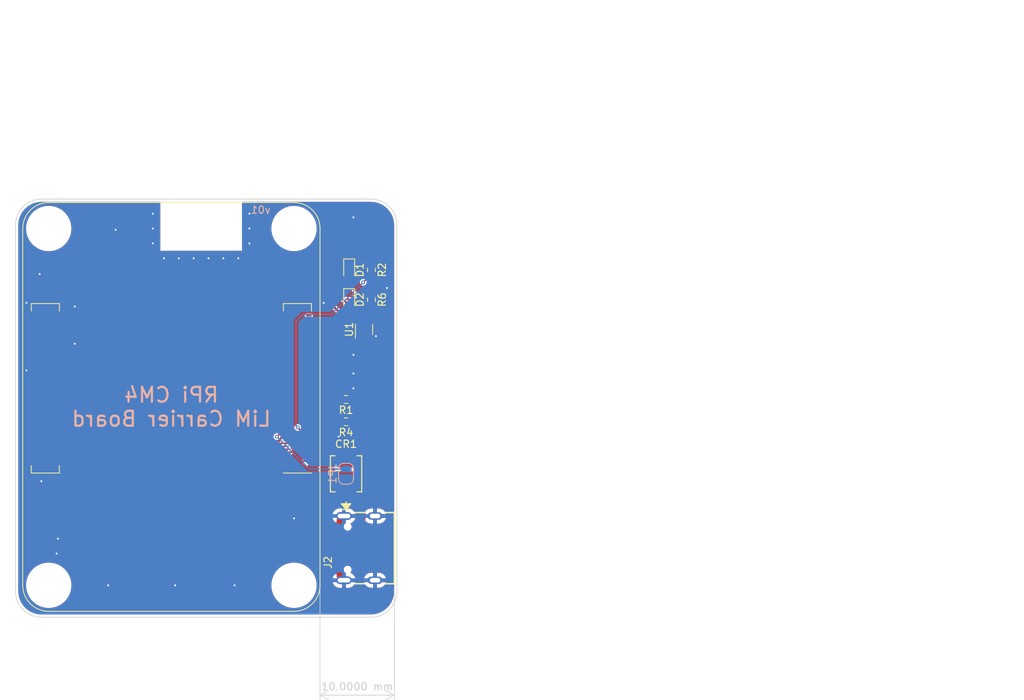
<source format=kicad_pcb>
(kicad_pcb (version 20210424) (generator pcbnew)
  (title_block (title "Raspberry Pi Compute Module 4 Carrier Template") (date "2021-06-03") (rev "v01") (comment 2 "creativecommons.org/licenses/by/4.0/") (comment 3 "License: CC BY-SA 4.0") (comment 4 "Author: Shawn Hymel") (comment 5 "Edited By: Anish Verma"))
  (layers (0 "F.Cu" signal) (31 "B.Cu" signal) (34 "B.Paste" user) (35 "F.Paste" user) (36 "B.SilkS" user "B.Silkscreen") (37 "F.SilkS" user "F.Silkscreen") (38 "B.Mask" user) (39 "F.Mask" user) (44 "Edge.Cuts" user))
  (net 0 "")
  (net 1 "GND")
  (net 2 "+5V")
  (net 3 "+3.3V")
  (net 4 "Net-(D1-Pad1)")
  (net 5 "Net-(D2-Pad1)")
  (net 6 "Net-(J2-PadA5)")
  (net 7 "Net-(J2-PadB5)")
  (net 8 "/CM4 GPIO/EEPROM_nWP")
  (net 9 "/CM4 GPIO/nLED_Activity")
  (net 10 "/CM4 GPIO/nPWR_LED")
  (net 11 "Net-(R6-Pad2)")
  (net 143 "/CM4 GPIO/nRPIBOOT")
  (net 144 "/CM4 GPIO/GPIO9")
  (net 145 "/CM4 GPIO/GPIO8")
  (net 146 "/CM4 GPIO/GPIO7")
  (net 147 "/CM4 GPIO/GPIO3")
  (net 148 "/CM4 GPIO/GPIO2")
  (net 149 "/CM4 GPIO/GPIO15")
  (net 150 "/CM4 GPIO/GPIO14")
  (net 151 "/CM4 GPIO/GPIO11")
  (net 152 "/CM4 GPIO/GPIO10")
  (net 153 "+1.8V")
  (footprint "Fiducial:Fiducial_1mm_Mask2mm" (layer "F.Cu") (at 135.128 80.518)
    (fp_text reference "REF**" hide)
    (fp_text value "Fiducial_1mm_Mask2mm")
    (pad "" smd circle locked (at 0 0) (size 1 1) (layers "F.Cu" "F.Mask") (clearance 0.5))
  )
  (footprint "Resistor_SMD:R_0603_1608Metric_Pad0.98x0.95mm_HandSolder" (layer "F.Cu") (at 170 108 180)
    (fp_text reference "R4" (at 0 -1.43) (layer "F.SilkS"))
    (fp_text value "5.1k")
    (pad "1" smd roundrect locked (at -0.9125 0 180) (size 0.975 0.95) (layers "F.Cu" "F.Paste" "F.Mask") (net 7 "Net-(J2-PadB5)"))
    (pad "2" smd roundrect locked (at 0.9125 0 180) (size 0.975 0.95) (layers "F.Cu" "F.Paste" "F.Mask") (net 1 "GND"))
  )
  (footprint "Fiducial:Fiducial_1mm_Mask2mm" (layer "F.Cu") (at 171.958 131.572)
    (fp_text reference "REF**" hide)
    (fp_text value "Fiducial_1mm_Mask2mm")
    (pad "" smd circle locked (at 0 0) (size 1 1) (layers "F.Cu" "F.Mask") (clearance 0.5))
  )
  (footprint "footprints:SMBJ5.0A-TR" (layer "F.Cu") (at 170 115 90)
    (fp_text reference "CR1" (at 4 0 180) (layer "F.SilkS"))
    (fp_text value "SMBJ5.0A-TR" hide)
    (pad "1" smd rect locked (at -1.9939 0 90) (size 2.3114 2.2606) (layers "F.Cu" "F.Paste" "F.Mask") (net 2 "+5V"))
    (pad "2" smd rect locked (at 1.9939 0 90) (size 2.3114 2.2606) (layers "F.Cu" "F.Paste" "F.Mask") (net 1 "GND"))
  )
  (footprint "Package_TO_SOT_SMD:SOT-353_SC-70-5" (layer "F.Cu") (at 172.42375 95.57625 90)
    (fp_text reference "U1" (at 0 -2 90) (layer "F.SilkS"))
    (fp_text value "74LVC1G07SE-7")
    (pad "1" smd rect locked (at -0.95 -0.65 90) (size 0.65 0.4) (layers "F.Cu" "F.Paste" "F.Mask"))
    (pad "2" smd rect locked (at -0.95 0 90) (size 0.65 0.4) (layers "F.Cu" "F.Paste" "F.Mask") (net 10 "/CM4 GPIO/nPWR_LED"))
    (pad "3" smd rect locked (at -0.95 0.65 90) (size 0.65 0.4) (layers "F.Cu" "F.Paste" "F.Mask") (net 1 "GND"))
    (pad "4" smd rect locked (at 0.95 0.65 90) (size 0.65 0.4) (layers "F.Cu" "F.Paste" "F.Mask") (net 11 "Net-(R6-Pad2)"))
    (pad "5" smd rect locked (at 0.95 -0.65 90) (size 0.65 0.4) (layers "F.Cu" "F.Paste" "F.Mask") (net 3 "+3.3V"))
  )
  (footprint "Resistor_SMD:R_0603_1608Metric_Pad0.98x0.95mm_HandSolder" (layer "F.Cu") (at 173.42375 87.57625 -90)
    (fp_text reference "R2" (at 0 -1.43 90) (layer "F.SilkS"))
    (fp_text value "1k")
    (pad "1" smd roundrect locked (at -0.9125 0 270) (size 0.975 0.95) (layers "F.Cu" "F.Paste" "F.Mask") (net 4 "Net-(D1-Pad1)"))
    (pad "2" smd roundrect locked (at 0.9125 0 270) (size 0.975 0.95) (layers "F.Cu" "F.Paste" "F.Mask") (net 9 "/CM4 GPIO/nLED_Activity"))
  )
  (footprint "LED_SMD:LED_0603_1608Metric" (layer "F.Cu") (at 170.42375 91.57625 -90)
    (fp_text reference "D2" (at 0 -1.43 90) (layer "F.SilkS"))
    (fp_text value "LED Red")
    (pad "1" smd roundrect locked (at -0.7875 0 270) (size 0.875 0.95) (layers "F.Cu" "F.Paste" "F.Mask") (net 5 "Net-(D2-Pad1)"))
    (pad "2" smd roundrect locked (at 0.7875 0 270) (size 0.875 0.95) (layers "F.Cu" "F.Paste" "F.Mask") (net 3 "+3.3V"))
  )
  (footprint "USB4105-GF-A:GCT_USB4105-GF-A" (layer "F.Cu") (at 173.9 125 90)
    (fp_text reference "J2" (at -1.925 -6.335 90) (layer "F.SilkS"))
    (fp_text value "USB4105-GF-A")
    (pad "A1/B12" smd rect locked (at -3.2 -4.755 90) (size 0.6 1.15) (layers "F.Cu" "F.Paste" "F.Mask") (net 1 "GND"))
    (pad "A4/B9" smd rect locked (at -2.4 -4.755 90) (size 0.6 1.15) (layers "F.Cu" "F.Paste" "F.Mask") (net 2 "+5V"))
    (pad "A5" smd rect locked (at -1.25 -4.755 90) (size 0.3 1.15) (layers "F.Cu" "F.Paste" "F.Mask") (net 6 "Net-(J2-PadA5)"))
    (pad "A6" smd rect locked (at -0.25 -4.755 90) (size 0.3 1.15) (layers "F.Cu" "F.Paste" "F.Mask"))
    (pad "A7" smd rect locked (at 0.25 -4.755 90) (size 0.3 1.15) (layers "F.Cu" "F.Paste" "F.Mask"))
    (pad "A8" smd rect locked (at 1.25 -4.755 90) (size 0.3 1.15) (layers "F.Cu" "F.Paste" "F.Mask"))
    (pad "B1/A12" smd rect locked (at 3.2 -4.755 90) (size 0.6 1.15) (layers "F.Cu" "F.Paste" "F.Mask") (net 1 "GND"))
    (pad "B4/A9" smd rect locked (at 2.4 -4.755 90) (size 0.6 1.15) (layers "F.Cu" "F.Paste" "F.Mask") (net 2 "+5V"))
    (pad "B5" smd rect locked (at 1.75 -4.755 90) (size 0.3 1.15) (layers "F.Cu" "F.Paste" "F.Mask") (net 7 "Net-(J2-PadB5)"))
    (pad "B6" smd rect locked (at 0.75 -4.755 90) (size 0.3 1.15) (layers "F.Cu" "F.Paste" "F.Mask"))
    (pad "B7" smd rect locked (at -0.75 -4.755 90) (size 0.3 1.15) (layers "F.Cu" "F.Paste" "F.Mask"))
    (pad "B8" smd rect locked (at -1.75 -4.755 90) (size 0.3 1.15) (layers "F.Cu" "F.Paste" "F.Mask"))
    (pad "G1" thru_hole oval locked (at -4.32 0 90) (size 1 2) (drill oval 0.6 1.4) (layers *.Cu *.Mask) (net 1 "GND"))
    (pad "G2" thru_hole oval locked (at 4.32 0 90) (size 1 2) (drill oval 0.6 1.4) (layers *.Cu *.Mask) (net 1 "GND"))
    (pad "G3" thru_hole oval locked (at -4.32 -4.18 90) (size 1.05 2.1) (drill oval 0.6 1.7) (layers *.Cu *.Mask) (net 1 "GND"))
    (pad "G4" thru_hole oval locked (at 4.32 -4.18 90) (size 1.05 2.1) (drill oval 0.6 1.7) (layers *.Cu *.Mask) (net 1 "GND"))
    (pad "None" np_thru_hole circle locked (at 2.89 -3.68 90) (size 0.65 0.65) (drill 0.65) (layers *.Cu *.Mask))
    (pad "None" np_thru_hole circle locked (at -2.89 -3.68 90) (size 0.65 0.65) (drill 0.65) (layers *.Cu *.Mask))
  )
  (footprint "LED_SMD:LED_0603_1608Metric" (layer "F.Cu") (at 170.42375 87.57625 -90)
    (fp_text reference "D1" (at 0 -1.43 90) (layer "F.SilkS"))
    (fp_text value "LED Green")
    (pad "1" smd roundrect locked (at -0.7875 0 270) (size 0.875 0.95) (layers "F.Cu" "F.Paste" "F.Mask") (net 4 "Net-(D1-Pad1)"))
    (pad "2" smd roundrect locked (at 0.7875 0 270) (size 0.875 0.95) (layers "F.Cu" "F.Paste" "F.Mask") (net 3 "+3.3V"))
  )
  (footprint "Resistor_SMD:R_0603_1608Metric_Pad0.98x0.95mm_HandSolder" (layer "F.Cu") (at 170 105 180)
    (fp_text reference "R1" (at 0 -1.43) (layer "F.SilkS"))
    (fp_text value "5.1k")
    (pad "1" smd roundrect locked (at -0.9125 0 180) (size 0.975 0.95) (layers "F.Cu" "F.Paste" "F.Mask") (net 6 "Net-(J2-PadA5)"))
    (pad "2" smd roundrect locked (at 0.9125 0 180) (size 0.975 0.95) (layers "F.Cu" "F.Paste" "F.Mask") (net 1 "GND"))
  )
  (footprint "Resistor_SMD:R_0603_1608Metric_Pad0.98x0.95mm_HandSolder" (layer "F.Cu") (at 173.42375 91.57625 -90)
    (fp_text reference "R6" (at 0 -1.43 90) (layer "F.SilkS"))
    (fp_text value "1k")
    (pad "1" smd roundrect locked (at -0.9125 0 270) (size 0.975 0.95) (layers "F.Cu" "F.Paste" "F.Mask") (net 5 "Net-(D2-Pad1)"))
    (pad "2" smd roundrect locked (at 0.9125 0 270) (size 0.975 0.95) (layers "F.Cu" "F.Paste" "F.Mask") (net 11 "Net-(R6-Pad2)"))
  )
  (footprint "Fiducial:Fiducial_1mm_Mask2mm" (layer "F.Cu") (at 173 80.5)
    (fp_text reference "REF**" hide)
    (fp_text value "Fiducial_1mm_Mask2mm")
    (pad "" smd circle locked (at 0 0) (size 1 1) (layers "F.Cu" "F.Mask") (clearance 0.5))
  )
  (footprint "CM4IO:Raspberry-Pi-4-Compute-Module" (layer "F.Cu") (at 163 82 180)
    (fp_text reference "Module1" hide)
    (fp_text value "ComputeModule4-CM4")
    (pad "" np_thru_hole circle locked (at 0 0 180) (size 2.7 2.7) (drill 2.7) (layers *.Cu *.Mask) (clearance 1.7))
    (pad "" np_thru_hole circle locked (at 33 -48 180) (size 2.7 2.7) (drill 2.7) (layers *.Cu *.Mask) (clearance 1.7))
    (pad "" np_thru_hole circle locked (at 33 0 180) (size 2.7 2.7) (drill 2.7) (layers *.Cu *.Mask) (clearance 1.7))
    (pad "" np_thru_hole circle locked (at 0 -48 180) (size 2.7 2.7) (drill 2.7) (layers *.Cu *.Mask) (clearance 1.7))
    (pad "1" smd rect locked (at -2 -31.3 90) (size 0.2 0.7) (layers "F.Cu" "F.Paste" "F.Mask") (net 1 "GND"))
    (pad "2" smd rect locked (at 1.08 -31.3 90) (size 0.2 0.7) (layers "F.Cu" "F.Paste" "F.Mask") (net 1 "GND"))
    (pad "3" smd rect locked (at -2 -30.9 90) (size 0.2 0.7) (layers "F.Cu" "F.Paste" "F.Mask"))
    (pad "4" smd rect locked (at 1.08 -30.9 90) (size 0.2 0.7) (layers "F.Cu" "F.Paste" "F.Mask"))
    (pad "5" smd rect locked (at -2 -30.5 90) (size 0.2 0.7) (layers "F.Cu" "F.Paste" "F.Mask"))
    (pad "6" smd rect locked (at 1.08 -30.5 90) (size 0.2 0.7) (layers "F.Cu" "F.Paste" "F.Mask"))
    (pad "7" smd rect locked (at -2 -30.1 90) (size 0.2 0.7) (layers "F.Cu" "F.Paste" "F.Mask") (net 1 "GND"))
    (pad "8" smd rect locked (at 1.08 -30.1 90) (size 0.2 0.7) (layers "F.Cu" "F.Paste" "F.Mask") (net 1 "GND"))
    (pad "9" smd rect locked (at -2 -29.7 90) (size 0.2 0.7) (layers "F.Cu" "F.Paste" "F.Mask"))
    (pad "10" smd rect locked (at 1.08 -29.7 90) (size 0.2 0.7) (layers "F.Cu" "F.Paste" "F.Mask"))
    (pad "11" smd rect locked (at -2 -29.3 90) (size 0.2 0.7) (layers "F.Cu" "F.Paste" "F.Mask"))
    (pad "12" smd rect locked (at 1.08 -29.3 90) (size 0.2 0.7) (layers "F.Cu" "F.Paste" "F.Mask"))
    (pad "13" smd rect locked (at -2 -28.9 90) (size 0.2 0.7) (layers "F.Cu" "F.Paste" "F.Mask") (net 1 "GND"))
    (pad "14" smd rect locked (at 1.08 -28.9 90) (size 0.2 0.7) (layers "F.Cu" "F.Paste" "F.Mask") (net 1 "GND"))
    (pad "15" smd rect locked (at -2 -28.5 90) (size 0.2 0.7) (layers "F.Cu" "F.Paste" "F.Mask"))
    (pad "16" smd rect locked (at 1.08 -28.5 90) (size 0.2 0.7) (layers "F.Cu" "F.Paste" "F.Mask"))
    (pad "17" smd rect locked (at -2 -28.1 90) (size 0.2 0.7) (layers "F.Cu" "F.Paste" "F.Mask"))
    (pad "18" smd rect locked (at 1.08 -28.1 90) (size 0.2 0.7) (layers "F.Cu" "F.Paste" "F.Mask"))
    (pad "19" smd rect locked (at -2 -27.7 90) (size 0.2 0.7) (layers "F.Cu" "F.Paste" "F.Mask"))
    (pad "20" smd rect locked (at 1.08 -27.7 90) (size 0.2 0.7) (layers "F.Cu" "F.Paste" "F.Mask") (net 8 "/CM4 GPIO/EEPROM_nWP"))
    (pad "21" smd rect locked (at -2 -27.3 90) (size 0.2 0.7) (layers "F.Cu" "F.Paste" "F.Mask") (net 9 "/CM4 GPIO/nLED_Activity"))
    (pad "22" smd rect locked (at 1.08 -27.3 90) (size 0.2 0.7) (layers "F.Cu" "F.Paste" "F.Mask") (net 1 "GND"))
    (pad "23" smd rect locked (at -2 -26.9 90) (size 0.2 0.7) (layers "F.Cu" "F.Paste" "F.Mask") (net 1 "GND"))
    (pad "24" smd rect locked (at 1.08 -26.9 90) (size 0.2 0.7) (layers "F.Cu" "F.Paste" "F.Mask"))
    (pad "25" smd rect locked (at -2 -26.5 90) (size 0.2 0.7) (layers "F.Cu" "F.Paste" "F.Mask"))
    (pad "26" smd rect locked (at 1.08 -26.5 90) (size 0.2 0.7) (layers "F.Cu" "F.Paste" "F.Mask"))
    (pad "27" smd rect locked (at -2 -26.1 90) (size 0.2 0.7) (layers "F.Cu" "F.Paste" "F.Mask"))
    (pad "28" smd rect locked (at 1.08 -26.1 90) (size 0.2 0.7) (layers "F.Cu" "F.Paste" "F.Mask"))
    (pad "29" smd rect locked (at -2 -25.7 90) (size 0.2 0.7) (layers "F.Cu" "F.Paste" "F.Mask"))
    (pad "30" smd rect locked (at 1.08 -25.7 90) (size 0.2 0.7) (layers "F.Cu" "F.Paste" "F.Mask"))
    (pad "31" smd rect locked (at -2 -25.3 90) (size 0.2 0.7) (layers "F.Cu" "F.Paste" "F.Mask"))
    (pad "32" smd rect locked (at 1.08 -25.3 90) (size 0.2 0.7) (layers "F.Cu" "F.Paste" "F.Mask") (net 1 "GND"))
    (pad "33" smd rect locked (at -2 -24.9 90) (size 0.2 0.7) (layers "F.Cu" "F.Paste" "F.Mask") (net 1 "GND"))
    (pad "34" smd rect locked (at 1.08 -24.9 90) (size 0.2 0.7) (layers "F.Cu" "F.Paste" "F.Mask"))
    (pad "35" smd rect locked (at -2 -24.5 90) (size 0.2 0.7) (layers "F.Cu" "F.Paste" "F.Mask"))
    (pad "36" smd rect locked (at 1.08 -24.5 90) (size 0.2 0.7) (layers "F.Cu" "F.Paste" "F.Mask"))
    (pad "37" smd rect locked (at -2 -24.1 90) (size 0.2 0.7) (layers "F.Cu" "F.Paste" "F.Mask") (net 146 "/CM4 GPIO/GPIO7"))
    (pad "38" smd rect locked (at 1.08 -24.1 90) (size 0.2 0.7) (layers "F.Cu" "F.Paste" "F.Mask") (net 151 "/CM4 GPIO/GPIO11"))
    (pad "39" smd rect locked (at -2 -23.7 90) (size 0.2 0.7) (layers "F.Cu" "F.Paste" "F.Mask") (net 145 "/CM4 GPIO/GPIO8"))
    (pad "40" smd rect locked (at 1.08 -23.7 90) (size 0.2 0.7) (layers "F.Cu" "F.Paste" "F.Mask") (net 144 "/CM4 GPIO/GPIO9"))
    (pad "41" smd rect locked (at -2 -23.3 90) (size 0.2 0.7) (layers "F.Cu" "F.Paste" "F.Mask"))
    (pad "42" smd rect locked (at 1.08 -23.3 90) (size 0.2 0.7) (layers "F.Cu" "F.Paste" "F.Mask") (net 1 "GND"))
    (pad "43" smd rect locked (at -2 -22.9 90) (size 0.2 0.7) (layers "F.Cu" "F.Paste" "F.Mask") (net 1 "GND"))
    (pad "44" smd rect locked (at 1.08 -22.9 90) (size 0.2 0.7) (layers "F.Cu" "F.Paste" "F.Mask") (net 152 "/CM4 GPIO/GPIO10"))
    (pad "45" smd rect locked (at -2 -22.5 90) (size 0.2 0.7) (layers "F.Cu" "F.Paste" "F.Mask"))
    (pad "46" smd rect locked (at 1.08 -22.5 90) (size 0.2 0.7) (layers "F.Cu" "F.Paste" "F.Mask"))
    (pad "47" smd rect locked (at -2 -22.1 90) (size 0.2 0.7) (layers "F.Cu" "F.Paste" "F.Mask"))
    (pad "48" smd rect locked (at 1.08 -22.1 90) (size 0.2 0.7) (layers "F.Cu" "F.Paste" "F.Mask"))
    (pad "49" smd rect locked (at -2 -21.7 90) (size 0.2 0.7) (layers "F.Cu" "F.Paste" "F.Mask"))
    (pad "50" smd rect locked (at 1.08 -21.7 90) (size 0.2 0.7) (layers "F.Cu" "F.Paste" "F.Mask"))
    (pad "51" smd rect locked (at -2 -21.3 90) (size 0.2 0.7) (layers "F.Cu" "F.Paste" "F.Mask") (net 149 "/CM4 GPIO/GPIO15"))
    (pad "52" smd rect locked (at 1.08 -21.3 90) (size 0.2 0.7) (layers "F.Cu" "F.Paste" "F.Mask") (net 1 "GND"))
    (pad "53" smd rect locked (at -2 -20.9 90) (size 0.2 0.7) (layers "F.Cu" "F.Paste" "F.Mask") (net 1 "GND"))
    (pad "54" smd rect locked (at 1.08 -20.9 90) (size 0.2 0.7) (layers "F.Cu" "F.Paste" "F.Mask"))
    (pad "55" smd rect locked (at -2 -20.5 90) (size 0.2 0.7) (layers "F.Cu" "F.Paste" "F.Mask") (net 150 "/CM4 GPIO/GPIO14"))
    (pad "56" smd rect locked (at 1.08 -20.5 90) (size 0.2 0.7) (layers "F.Cu" "F.Paste" "F.Mask") (net 147 "/CM4 GPIO/GPIO3"))
    (pad "57" smd rect locked (at -2 -20.1 90) (size 0.2 0.7) (layers "F.Cu" "F.Paste" "F.Mask"))
    (pad "58" smd rect locked (at 1.08 -20.1 90) (size 0.2 0.7) (layers "F.Cu" "F.Paste" "F.Mask") (net 148 "/CM4 GPIO/GPIO2"))
    (pad "59" smd rect locked (at -2 -19.7 90) (size 0.2 0.7) (layers "F.Cu" "F.Paste" "F.Mask") (net 1 "GND"))
    (pad "60" smd rect locked (at 1.08 -19.7 90) (size 0.2 0.7) (layers "F.Cu" "F.Paste" "F.Mask") (net 1 "GND"))
    (pad "61" smd rect locked (at -2 -19.3 90) (size 0.2 0.7) (layers "F.Cu" "F.Paste" "F.Mask"))
    (pad "62" smd rect locked (at 1.08 -19.3 90) (size 0.2 0.7) (layers "F.Cu" "F.Paste" "F.Mask"))
    (pad "63" smd rect locked (at -2 -18.9 90) (size 0.2 0.7) (layers "F.Cu" "F.Paste" "F.Mask"))
    (pad "64" smd rect locked (at 1.08 -18.9 90) (size 0.2 0.7) (layers "F.Cu" "F.Paste" "F.Mask"))
    (pad "65" smd rect locked (at -2 -18.5 90) (size 0.2 0.7) (layers "F.Cu" "F.Paste" "F.Mask") (net 1 "GND"))
    (pad "66" smd rect locked (at 1.08 -18.5 90) (size 0.2 0.7) (layers "F.Cu" "F.Paste" "F.Mask") (net 1 "GND"))
    (pad "67" smd rect locked (at -2 -18.1 90) (size 0.2 0.7) (layers "F.Cu" "F.Paste" "F.Mask"))
    (pad "68" smd rect locked (at 1.08 -18.1 90) (size 0.2 0.7) (layers "F.Cu" "F.Paste" "F.Mask"))
    (pad "69" smd rect locked (at -2 -17.7 90) (size 0.2 0.7) (layers "F.Cu" "F.Paste" "F.Mask"))
    (pad "70" smd rect locked (at 1.08 -17.7 90) (size 0.2 0.7) (layers "F.Cu" "F.Paste" "F.Mask"))
    (pad "71" smd rect locked (at -2 -17.3 90) (size 0.2 0.7) (layers "F.Cu" "F.Paste" "F.Mask") (net 1 "GND"))
    (pad "72" smd rect locked (at 1.08 -17.3 90) (size 0.2 0.7) (layers "F.Cu" "F.Paste" "F.Mask"))
    (pad "73" smd rect locked (at -2 -16.9 90) (size 0.2 0.7) (layers "F.Cu" "F.Paste" "F.Mask"))
    (pad "74" smd rect locked (at 1.08 -16.9 90) (size 0.2 0.7) (layers "F.Cu" "F.Paste" "F.Mask") (net 1 "GND"))
    (pad "75" smd rect locked (at -2 -16.5 90) (size 0.2 0.7) (layers "F.Cu" "F.Paste" "F.Mask"))
    (pad "76" smd rect locked (at 1.08 -16.5 90) (size 0.2 0.7) (layers "F.Cu" "F.Paste" "F.Mask"))
    (pad "77" smd rect locked (at -2 -16.1 90) (size 0.2 0.7) (layers "F.Cu" "F.Paste" "F.Mask") (net 2 "+5V"))
    (pad "78" smd rect locked (at 1.08 -16.1 90) (size 0.2 0.7) (layers "F.Cu" "F.Paste" "F.Mask") (net 3 "+3.3V"))
    (pad "79" smd rect locked (at -2 -15.7 90) (size 0.2 0.7) (layers "F.Cu" "F.Paste" "F.Mask") (net 2 "+5V"))
    (pad "80" smd rect locked (at 1.08 -15.7 90) (size 0.2 0.7) (layers "F.Cu" "F.Paste" "F.Mask"))
    (pad "81" smd rect locked (at -2 -15.3 90) (size 0.2 0.7) (layers "F.Cu" "F.Paste" "F.Mask") (net 2 "+5V"))
    (pad "82" smd rect locked (at 1.08 -15.3 90) (size 0.2 0.7) (layers "F.Cu" "F.Paste" "F.Mask"))
    (pad "83" smd rect locked (at -2 -14.9 90) (size 0.2 0.7) (layers "F.Cu" "F.Paste" "F.Mask") (net 2 "+5V"))
    (pad "84" smd rect locked (at 1.08 -14.9 90) (size 0.2 0.7) (layers "F.Cu" "F.Paste" "F.Mask") (net 3 "+3.3V"))
    (pad "85" smd rect locked (at -2 -14.5 90) (size 0.2 0.7) (layers "F.Cu" "F.Paste" "F.Mask") (net 2 "+5V"))
    (pad "86" smd rect locked (at 1.08 -14.5 90) (size 0.2 0.7) (layers "F.Cu" "F.Paste" "F.Mask") (net 3 "+3.3V"))
    (pad "87" smd rect locked (at -2 -14.1 90) (size 0.2 0.7) (layers "F.Cu" "F.Paste" "F.Mask") (net 2 "+5V"))
    (pad "88" smd rect locked (at 1.08 -14.1 90) (size 0.2 0.7) (layers "F.Cu" "F.Paste" "F.Mask") (net 153 "+1.8V"))
    (pad "89" smd rect locked (at -2 -13.7 90) (size 0.2 0.7) (layers "F.Cu" "F.Paste" "F.Mask"))
    (pad "90" smd rect locked (at 1.08 -13.7 90) (size 0.2 0.7) (layers "F.Cu" "F.Paste" "F.Mask") (net 153 "+1.8V"))
    (pad "91" smd rect locked (at -2 -13.3 90) (size 0.2 0.7) (layers "F.Cu" "F.Paste" "F.Mask"))
    (pad "92" smd rect locked (at 1.08 -13.3 90) (size 0.2 0.7) (layers "F.Cu" "F.Paste" "F.Mask"))
    (pad "93" smd rect locked (at -2 -12.9 90) (size 0.2 0.7) (layers "F.Cu" "F.Paste" "F.Mask") (net 143 "/CM4 GPIO/nRPIBOOT"))
    (pad "94" smd rect locked (at 1.08 -12.9 90) (size 0.2 0.7) (layers "F.Cu" "F.Paste" "F.Mask"))
    (pad "95" smd rect locked (at -2 -12.5 90) (size 0.2 0.7) (layers "F.Cu" "F.Paste" "F.Mask") (net 10 "/CM4 GPIO/nPWR_LED"))
    (pad "96" smd rect locked (at 1.08 -12.5 90) (size 0.2 0.7) (layers "F.Cu" "F.Paste" "F.Mask"))
    (pad "97" smd rect locked (at -2 -12.1 90) (size 0.2 0.7) (layers "F.Cu" "F.Paste" "F.Mask"))
    (pad "98" smd rect locked (at 1.08 -12.1 90) (size 0.2 0.7) (layers "F.Cu" "F.Paste" "F.Mask") (net 1 "GND"))
    (pad "99" smd rect locked (at -2 -11.7 90) (size 0.2 0.7) (layers "F.Cu" "F.Paste" "F.Mask"))
    (pad "100" smd rect locked (at 1.08 -11.7 90) (size 0.2 0.7) (layers "F.Cu" "F.Paste" "F.Mask"))
    (pad "101" smd rect locked (at 31.92 -31.3 90) (size 0.2 0.7) (layers "F.Cu" "F.Paste" "F.Mask"))
    (pad "102" smd rect locked (at 35 -31.3 90) (size 0.2 0.7) (layers "F.Cu" "F.Paste" "F.Mask"))
    (pad "103" smd rect locked (at 31.92 -30.9 90) (size 0.2 0.7) (layers "F.Cu" "F.Paste" "F.Mask"))
    (pad "104" smd rect locked (at 35 -30.9 90) (size 0.2 0.7) (layers "F.Cu" "F.Paste" "F.Mask"))
    (pad "105" smd rect locked (at 31.92 -30.5 90) (size 0.2 0.7) (layers "F.Cu" "F.Paste" "F.Mask"))
    (pad "106" smd rect locked (at 35 -30.5 90) (size 0.2 0.7) (layers "F.Cu" "F.Paste" "F.Mask"))
    (pad "107" smd rect locked (at 31.92 -30.1 90) (size 0.2 0.7) (layers "F.Cu" "F.Paste" "F.Mask") (net 1 "GND"))
    (pad "108" smd rect locked (at 35 -30.1 90) (size 0.2 0.7) (layers "F.Cu" "F.Paste" "F.Mask") (net 1 "GND"))
    (pad "109" smd rect locked (at 31.92 -29.7 90) (size 0.2 0.7) (layers "F.Cu" "F.Paste" "F.Mask"))
    (pad "110" smd rect locked (at 35 -29.7 90) (size 0.2 0.7) (layers "F.Cu" "F.Paste" "F.Mask"))
    (pad "111" smd rect locked (at 31.92 -29.3 90) (size 0.2 0.7) (layers "F.Cu" "F.Paste" "F.Mask"))
    (pad "112" smd rect locked (at 35 -29.3 90) (size 0.2 0.7) (layers "F.Cu" "F.Paste" "F.Mask"))
    (pad "113" smd rect locked (at 31.92 -28.9 90) (size 0.2 0.7) (layers "F.Cu" "F.Paste" "F.Mask") (net 1 "GND"))
    (pad "114" smd rect locked (at 35 -28.9 90) (size 0.2 0.7) (layers "F.Cu" "F.Paste" "F.Mask") (net 1 "GND"))
    (pad "115" smd rect locked (at 31.92 -28.5 90) (size 0.2 0.7) (layers "F.Cu" "F.Paste" "F.Mask"))
    (pad "116" smd rect locked (at 35 -28.5 90) (size 0.2 0.7) (layers "F.Cu" "F.Paste" "F.Mask"))
    (pad "117" smd rect locked (at 31.92 -28.1 90) (size 0.2 0.7) (layers "F.Cu" "F.Paste" "F.Mask"))
    (pad "118" smd rect locked (at 35 -28.1 90) (size 0.2 0.7) (layers "F.Cu" "F.Paste" "F.Mask"))
    (pad "119" smd rect locked (at 31.92 -27.7 90) (size 0.2 0.7) (layers "F.Cu" "F.Paste" "F.Mask") (net 1 "GND"))
    (pad "120" smd rect locked (at 35 -27.7 90) (size 0.2 0.7) (layers "F.Cu" "F.Paste" "F.Mask") (net 1 "GND"))
    (pad "121" smd rect locked (at 31.92 -27.3 90) (size 0.2 0.7) (layers "F.Cu" "F.Paste" "F.Mask"))
    (pad "122" smd rect locked (at 35 -27.3 90) (size 0.2 0.7) (layers "F.Cu" "F.Paste" "F.Mask"))
    (pad "123" smd rect locked (at 31.92 -26.9 90) (size 0.2 0.7) (layers "F.Cu" "F.Paste" "F.Mask"))
    (pad "124" smd rect locked (at 35 -26.9 90) (size 0.2 0.7) (layers "F.Cu" "F.Paste" "F.Mask"))
    (pad "125" smd rect locked (at 31.92 -26.5 90) (size 0.2 0.7) (layers "F.Cu" "F.Paste" "F.Mask") (net 1 "GND"))
    (pad "126" smd rect locked (at 35 -26.5 90) (size 0.2 0.7) (layers "F.Cu" "F.Paste" "F.Mask") (net 1 "GND"))
    (pad "127" smd rect locked (at 31.92 -26.1 90) (size 0.2 0.7) (layers "F.Cu" "F.Paste" "F.Mask"))
    (pad "128" smd rect locked (at 35 -26.1 90) (size 0.2 0.7) (layers "F.Cu" "F.Paste" "F.Mask"))
    (pad "129" smd rect locked (at 31.92 -25.7 90) (size 0.2 0.7) (layers "F.Cu" "F.Paste" "F.Mask"))
    (pad "130" smd rect locked (at 35 -25.7 90) (size 0.2 0.7) (layers "F.Cu" "F.Paste" "F.Mask"))
    (pad "131" smd rect locked (at 31.92 -25.3 90) (size 0.2 0.7) (layers "F.Cu" "F.Paste" "F.Mask") (net 1 "GND"))
    (pad "132" smd rect locked (at 35 -25.3 90) (size 0.2 0.7) (layers "F.Cu" "F.Paste" "F.Mask") (net 1 "GND"))
    (pad "133" smd rect locked (at 31.92 -24.9 90) (size 0.2 0.7) (layers "F.Cu" "F.Paste" "F.Mask"))
    (pad "134" smd rect locked (at 35 -24.9 90) (size 0.2 0.7) (layers "F.Cu" "F.Paste" "F.Mask"))
    (pad "135" smd rect locked (at 31.92 -24.5 90) (size 0.2 0.7) (layers "F.Cu" "F.Paste" "F.Mask"))
    (pad "136" smd rect locked (at 35 -24.5 90) (size 0.2 0.7) (layers "F.Cu" "F.Paste" "F.Mask"))
    (pad "137" smd rect locked (at 31.92 -24.1 90) (size 0.2 0.7) (layers "F.Cu" "F.Paste" "F.Mask") (net 1 "GND"))
    (pad "138" smd rect locked (at 35 -24.1 90) (size 0.2 0.7) (layers "F.Cu" "F.Paste" "F.Mask") (net 1 "GND"))
    (pad "139" smd rect locked (at 31.92 -23.7 90) (size 0.2 0.7) (layers "F.Cu" "F.Paste" "F.Mask"))
    (pad "140" smd rect locked (at 35 -23.7 90) (size 0.2 0.7) (layers "F.Cu" "F.Paste" "F.Mask"))
    (pad "141" smd rect locked (at 31.92 -23.3 90) (size 0.2 0.7) (layers "F.Cu" "F.Paste" "F.Mask"))
    (pad "142" smd rect locked (at 35 -23.3 90) (size 0.2 0.7) (layers "F.Cu" "F.Paste" "F.Mask"))
    (pad "143" smd rect locked (at 31.92 -22.9 90) (size 0.2 0.7) (layers "F.Cu" "F.Paste" "F.Mask"))
    (pad "144" smd rect locked (at 35 -22.9 90) (size 0.2 0.7) (layers "F.Cu" "F.Paste" "F.Mask") (net 1 "GND"))
    (pad "145" smd rect locked (at 31.92 -22.5 90) (size 0.2 0.7) (layers "F.Cu" "F.Paste" "F.Mask"))
    (pad "146" smd rect locked (at 35 -22.5 90) (size 0.2 0.7) (layers "F.Cu" "F.Paste" "F.Mask"))
    (pad "147" smd rect locked (at 31.92 -22.1 90) (size 0.2 0.7) (layers "F.Cu" "F.Paste" "F.Mask"))
    (pad "148" smd rect locked (at 35 -22.1 90) (size 0.2 0.7) (layers "F.Cu" "F.Paste" "F.Mask"))
    (pad "149" smd rect locked (at 31.92 -21.7 90) (size 0.2 0.7) (layers "F.Cu" "F.Paste" "F.Mask"))
    (pad "150" smd rect locked (at 35 -21.7 90) (size 0.2 0.7) (layers "F.Cu" "F.Paste" "F.Mask") (net 1 "GND"))
    (pad "151" smd rect locked (at 31.92 -21.3 90) (size 0.2 0.7) (layers "F.Cu" "F.Paste" "F.Mask"))
    (pad "152" smd rect locked (at 35 -21.3 90) (size 0.2 0.7) (layers "F.Cu" "F.Paste" "F.Mask"))
    (pad "153" smd rect locked (at 31.92 -20.9 90) (size 0.2 0.7) (layers "F.Cu" "F.Paste" "F.Mask"))
    (pad "154" smd rect locked (at 35 -20.9 90) (size 0.2 0.7) (layers "F.Cu" "F.Paste" "F.Mask"))
    (pad "155" smd rect locked (at 31.92 -20.5 90) (size 0.2 0.7) (layers "F.Cu" "F.Paste" "F.Mask") (net 1 "GND"))
    (pad "156" smd rect locked (at 35 -20.5 90) (size 0.2 0.7) (layers "F.Cu" "F.Paste" "F.Mask") (net 1 "GND"))
    (pad "157" smd rect locked (at 31.92 -20.1 90) (size 0.2 0.7) (layers "F.Cu" "F.Paste" "F.Mask"))
    (pad "158" smd rect locked (at 35 -20.1 90) (size 0.2 0.7) (layers "F.Cu" "F.Paste" "F.Mask"))
    (pad "159" smd rect locked (at 31.92 -19.7 90) (size 0.2 0.7) (layers "F.Cu" "F.Paste" "F.Mask"))
    (pad "160" smd rect locked (at 35 -19.7 90) (size 0.2 0.7) (layers "F.Cu" "F.Paste" "F.Mask"))
    (pad "161" smd rect locked (at 31.92 -19.3 90) (size 0.2 0.7) (layers "F.Cu" "F.Paste" "F.Mask") (net 1 "GND"))
    (pad "162" smd rect locked (at 35 -19.3 90) (size 0.2 0.7) (layers "F.Cu" "F.Paste" "F.Mask") (net 1 "GND"))
    (pad "163" smd rect locked (at 31.92 -18.9 90) (size 0.2 0.7) (layers "F.Cu" "F.Paste" "F.Mask"))
    (pad "164" smd rect locked (at 35 -18.9 90) (size 0.2 0.7) (layers "F.Cu" "F.Paste" "F.Mask"))
    (pad "165" smd rect locked (at 31.92 -18.5 90) (size 0.2 0.7) (layers "F.Cu" "F.Paste" "F.Mask"))
    (pad "166" smd rect locked (at 35 -18.5 90) (size 0.2 0.7) (layers "F.Cu" "F.Paste" "F.Mask"))
    (pad "167" smd rect locked (at 31.92 -18.1 90) (size 0.2 0.7) (layers "F.Cu" "F.Paste" "F.Mask") (net 1 "GND"))
    (pad "168" smd rect locked (at 35 -18.1 90) (size 0.2 0.7) (layers "F.Cu" "F.Paste" "F.Mask") (net 1 "GND"))
    (pad "169" smd rect locked (at 31.92 -17.7 90) (size 0.2 0.7) (layers "F.Cu" "F.Paste" "F.Mask"))
    (pad "170" smd rect locked (at 35 -17.7 90) (size 0.2 0.7) (layers "F.Cu" "F.Paste" "F.Mask"))
    (pad "171" smd rect locked (at 31.92 -17.3 90) (size 0.2 0.7) (layers "F.Cu" "F.Paste" "F.Mask"))
    (pad "172" smd rect locked (at 35 -17.3 90) (size 0.2 0.7) (layers "F.Cu" "F.Paste" "F.Mask"))
    (pad "173" smd rect locked (at 31.92 -16.9 90) (size 0.2 0.7) (layers "F.Cu" "F.Paste" "F.Mask") (net 1 "GND"))
    (pad "174" smd rect locked (at 35 -16.9 90) (size 0.2 0.7) (layers "F.Cu" "F.Paste" "F.Mask") (net 1 "GND"))
    (pad "175" smd rect locked (at 31.92 -16.5 90) (size 0.2 0.7) (layers "F.Cu" "F.Paste" "F.Mask"))
    (pad "176" smd rect locked (at 35 -16.5 90) (size 0.2 0.7) (layers "F.Cu" "F.Paste" "F.Mask"))
    (pad "177" smd rect locked (at 31.92 -16.1 90) (size 0.2 0.7) (layers "F.Cu" "F.Paste" "F.Mask"))
    (pad "178" smd rect locked (at 35 -16.1 90) (size 0.2 0.7) (layers "F.Cu" "F.Paste" "F.Mask"))
    (pad "179" smd rect locked (at 31.92 -15.7 90) (size 0.2 0.7) (layers "F.Cu" "F.Paste" "F.Mask") (net 1 "GND"))
    (pad "180" smd rect locked (at 35 -15.7 90) (size 0.2 0.7) (layers "F.Cu" "F.Paste" "F.Mask") (net 1 "GND"))
    (pad "181" smd rect locked (at 31.92 -15.3 90) (size 0.2 0.7) (layers "F.Cu" "F.Paste" "F.Mask"))
    (pad "182" smd rect locked (at 35 -15.3 90) (size 0.2 0.7) (layers "F.Cu" "F.Paste" "F.Mask"))
    (pad "183" smd rect locked (at 31.92 -14.9 90) (size 0.2 0.7) (layers "F.Cu" "F.Paste" "F.Mask"))
    (pad "184" smd rect locked (at 35 -14.9 90) (size 0.2 0.7) (layers "F.Cu" "F.Paste" "F.Mask"))
    (pad "185" smd rect locked (at 31.92 -14.5 90) (size 0.2 0.7) (layers "F.Cu" "F.Paste" "F.Mask") (net 1 "GND"))
    (pad "186" smd rect locked (at 35 -14.5 90) (size 0.2 0.7) (layers "F.Cu" "F.Paste" "F.Mask") (net 1 "GND"))
    (pad "187" smd rect locked (at 31.92 -14.1 90) (size 0.2 0.7) (layers "F.Cu" "F.Paste" "F.Mask"))
    (pad "188" smd rect locked (at 35 -14.1 90) (size 0.2 0.7) (layers "F.Cu" "F.Paste" "F.Mask"))
    (pad "189" smd rect locked (at 31.92 -13.7 90) (size 0.2 0.7) (layers "F.Cu" "F.Paste" "F.Mask"))
    (pad "190" smd rect locked (at 35 -13.7 90) (size 0.2 0.7) (layers "F.Cu" "F.Paste" "F.Mask"))
    (pad "191" smd rect locked (at 31.92 -13.3 90) (size 0.2 0.7) (layers "F.Cu" "F.Paste" "F.Mask") (net 1 "GND"))
    (pad "192" smd rect locked (at 35 -13.3 90) (size 0.2 0.7) (layers "F.Cu" "F.Paste" "F.Mask") (net 1 "GND"))
    (pad "193" smd rect locked (at 31.92 -12.9 90) (size 0.2 0.7) (layers "F.Cu" "F.Paste" "F.Mask"))
    (pad "194" smd rect locked (at 35 -12.9 90) (size 0.2 0.7) (layers "F.Cu" "F.Paste" "F.Mask"))
    (pad "195" smd rect locked (at 31.92 -12.5 90) (size 0.2 0.7) (layers "F.Cu" "F.Paste" "F.Mask"))
    (pad "196" smd rect locked (at 35 -12.5 90) (size 0.2 0.7) (layers "F.Cu" "F.Paste" "F.Mask"))
    (pad "197" smd rect locked (at 31.92 -12.1 90) (size 0.2 0.7) (layers "F.Cu" "F.Paste" "F.Mask") (net 1 "GND"))
    (pad "198" smd rect locked (at 35 -12.1 90) (size 0.2 0.7) (layers "F.Cu" "F.Paste" "F.Mask") (net 1 "GND"))
    (pad "199" smd rect locked (at 31.92 -11.7 90) (size 0.2 0.7) (layers "F.Cu" "F.Paste" "F.Mask"))
    (pad "200" smd rect locked (at 35 -11.7 90) (size 0.2 0.7) (layers "F.Cu" "F.Paste" "F.Mask"))
  )
  (footprint "Jumper:SolderJumper-2_P1.3mm_Open_RoundedPad1.0x1.5mm" (layer "B.Cu") (at 170 115 -90)
    (fp_text reference "JP1" (at 0 1.8 90) (layer "B.SilkS") (effects (justify mirror)))
    (fp_text value "SolderJumper_2_Open")
    (pad "1" smd custom locked (at -0.65 0 270) (size 1 0.5) (layers "B.Cu" "B.Mask") (net 8 "/CM4 GPIO/EEPROM_nWP") (options (clearance outline) (anchor rect)) (primitives (gr_circle (center 0 -0.25) (end 0.5 -0.25) (width 0) (fill yes)) (gr_circle (center 0 0.25) (end 0.5 0.25) (width 0) (fill yes)) (gr_poly (pts (xy 0 0.75) (xy 0.5 0.75) (xy 0.5 -0.75) (xy 0 -0.75)) (width 0) (fill yes))))
    (pad "2" smd custom locked (at 0.65 0 270) (size 1 0.5) (layers "B.Cu" "B.Mask") (net 1 "GND") (options (clearance outline) (anchor rect)) (primitives (gr_circle (center 0 -0.25) (end 0.5 -0.25) (width 0) (fill yes)) (gr_circle (center 0 0.25) (end 0.5 0.25) (width 0) (fill yes)) (gr_poly (pts (xy 0 0.75) (xy -0.5 0.75) (xy -0.5 -0.75) (xy 0 -0.75)) (width 0) (fill yes))))
  )
  (gr_line (start 176.85 130.8) (end 176.85 81.534) (layer "Edge.Cuts") (width 0.1))
  (gr_line (start 125.524874 130.805126) (end 125.524874 81.534) (layer "Edge.Cuts") (width 0.1))
  (gr_arc (start 129.024874 81.534) (end 129.024874 78.034) (angle -90) (layer "Edge.Cuts") (width 0.1))
  (gr_line (start 162.594874 134.305126) (end 129.024874 134.305126) (layer "Edge.Cuts") (width 0.1))
  (gr_line (start 173.35 134.3) (end 162.58 134.305126) (layer "Edge.Cuts") (width 0.1))
  (gr_line (start 173.35 78.034) (end 129.024874 78.034) (layer "Edge.Cuts") (width 0.1))
  (gr_arc (start 129.024874 130.805126) (end 125.524874 130.805126) (angle -90) (layer "Edge.Cuts") (width 0.1))
  (gr_arc locked (start 173.35 130.8) (end 173.35 134.3) (angle -90) (layer "Edge.Cuts") (width 0.1))
  (gr_arc (start 173.35 81.534) (end 176.85 81.534) (angle -90) (layer "Edge.Cuts") (width 0.1))
  (gr_text "RPi CM4\nLiM Carrier Board" (at 146.5 106) (layer "B.SilkS") (effects (font (size 2 2) (thickness 0.3)) (justify mirror)))
  (gr_text "v01" (at 158.5 79.5) (layer "B.SilkS") (effects (font (size 1 1)) (justify mirror)))
  (dimension (type orthogonal) (layer "Edge.Cuts") (pts (xy 166.5 130) (xy 176.5 130)) (height 14.78) (orientation 0) (gr_text "10.0000 mm" (at 171.5 143.63) (layer "Edge.Cuts") (effects (font (size 1 1) (thickness 0.15)))) (format (units 3) (units_format 1) (precision 4)) (style (thickness 0.1) (arrow_length 1.27) (text_position_mode 0) (extension_height 0.58642) (extension_offset 0.5) keep_text_aligned))
  (segment (start 162.81088 105.3) (end 164.41088 106.9) (width 0.2) (layer "F.Cu") (net 1))
  (segment (start 162.90912 102.9) (end 162.50912 103.3) (width 0.2) (layer "F.Cu") (net 1))
  (segment (start 161.92 101.7) (end 163.6 101.7) (width 0.2) (layer "F.Cu") (net 1))
  (segment (start 162.508631 107.300489) (end 161.920489 107.300489) (width 0.2) (layer "F.Cu") (net 1))
  (segment (start 163.1 98.9) (end 161.92 98.9) (width 0.2) (layer "F.Cu") (net 1))
  (segment (start 161.92 100.5) (end 162.4 100.5) (width 0.2) (layer "F.Cu") (net 1))
  (segment (start 164.41088 106.9) (end 165 106.9) (width 0.2) (layer "F.Cu") (net 1))
  (segment (start 162.81088 109.3) (end 163.40544 109.89456) (width 0.2) (layer "F.Cu") (net 1))
  (segment (start 173.07375 96.52625) (end 173.97375 96.52625) (width 0.2) (layer "F.Cu") (net 1))
  (segment (start 163.7 102.9) (end 165 102.9) (width 0.2) (layer "F.Cu") (net 1))
  (segment (start 161.920489 107.300489) (end 161.92 107.3) (width 0.2) (layer "F.Cu") (net 1))
  (segment (start 164.10912 104.9) (end 165 104.9) (width 0.2) (layer "F.Cu") (net 1))
  (segment (start 173.97375 96.52625) (end 174.02375 96.47625) (width 0.2) (layer "F.Cu") (net 1))
  (segment (start 161.92 105.3) (end 162.81088 105.3) (width 0.2) (layer "F.Cu") (net 1))
  (segment (start 163.5 101.6) (end 163.5 102.7) (width 0.2) (layer "F.Cu") (net 1))
  (segment (start 162.50912 103.3) (end 164.10912 104.9) (width 0.2) (layer "F.Cu") (net 1))
  (segment (start 169.72 120.68) (end 169.15 121.25) (width 0.8) (layer "F.Cu") (net 1))
  (segment (start 165 113.3) (end 164.41088 113.3) (width 0.2) (layer "F.Cu") (net 1))
  (segment (start 162.50912 105.3) (end 161.92 105.3) (width 0.2) (layer "F.Cu") (net 1))
  (segment (start 165 99.3) (end 165.58912 99.3) (width 0.2) (layer "F.Cu") (net 1))
  (segment (start 164.459197 108.9) (end 165 108.9) (width 0.2) (layer "F.Cu") (net 1))
  (segment (start 169.145 121.8) (end 169.15 121.795) (width 0.2) (layer "F.Cu") (net 1))
  (segment (start 161.92 107.3) (end 162.859197 107.3) (width 0.2) (layer "F.Cu") (net 1))
  (segment (start 165.649511 99.360391) (end 165.649511 100.439609) (width 0.2) (layer "F.Cu") (net 1))
  (segment (start 170 111) (end 169 110) (width 0.2) (layer "F.Cu") (net 1))
  (segment (start 163.5 112.2) (end 163.5 109.98912) (width 0.2) (layer "F.Cu") (net 1))
  (segment (start 163.5 112.38912) (end 163.5 112.2) (width 0.2) (layer "F.Cu") (net 1))
  (segment (start 161.92 110.9) (end 165 110.9) (width 0.2) (layer "F.Cu") (net 1))
  (segment (start 165 102.9) (end 162.90912 102.9) (width 0.2) (layer "F.Cu") (net 1))
  (segment (start 165.58912 100.5) (end 165 100.5) (width 0.2) (layer "F.Cu") (net 1))
  (segment (start 164.7 92) (end 167 92) (width 0.2) (layer "F.Cu") (net 1))
  (segment (start 165.649511 100.439609) (end 165.58912 100.5) (width 0.2) (layer "F.Cu") (net 1))
  (segment (start 164.41088 110.9) (end 165 110.9) (width 0.2) (layer "F.Cu") (net 1))
  (segment (start 165.58912 99.3) (end 165.649511 99.360391) (width 0.2) (layer "F.Cu") (net 1))
  (segment (start 161.92 94.1) (end 162.6 94.1) (width 0.2) (layer "F.Cu") (net 1))
  (segment (start 165 104.9) (end 162.90912 104.9) (width 0.2) (layer "F.Cu") (net 1))
  (segment (start 165 99.3) (end 163.5 99.3) (width 0.2) (layer "F.Cu") (net 1))
  (segment (start 163.5 102.7) (end 163.7 102.9) (width 0.2) (layer "F.Cu") (net 1))
  (segment (start 161.92 113.3) (end 163.5 113.3) (width 0.2) (layer "F.Cu") (net 1))
  (segment (start 163.5 109.98912) (end 162.946489 109.435609) (width 0.2) (layer "F.Cu") (net 1))
  (segment (start 163.5 113.3) (end 165 113.3) (width 0.2) (layer "F.Cu") (net 1))
  (segment (start 162.859197 107.3) (end 164.459197 108.9) (width 0.2) (layer "F.Cu") (net 1))
  (segment (start 169.145 128.745) (end 169.72 129.32) (width 0.8) (layer "F.Cu") (net 1))
  (segment (start 163.40544 109.89456) (end 164.41088 110.9) (width 0.2) (layer "F.Cu") (net 1))
  (segment (start 162.4 100.5) (end 163.5 101.6) (width 0.2) (layer "F.Cu") (net 1))
  (segment (start 169.15 121.25) (end 169.15 121.5) (width 0.8) (layer "F.Cu") (net 1))
  (segment (start 169.15 121.795) (end 169.15 121.5) (width 0.2) (layer "F.Cu") (net 1))
  (segment (start 170 113.0061) (end 170 111) (width 0.2) (layer "F.Cu") (net 1))
  (segment (start 162.90912 104.9) (end 162.50912 105.3) (width 0.2) (layer "F.Cu") (net 1))
  (segment (start 163.6 101.7) (end 165 101.7) (width 0.2) (layer "F.Cu") (net 1))
  (segment (start 161.92 103.3) (end 162.50912 103.3) (width 0.2) (layer "F.Cu") (net 1))
  (segment (start 163.5 113.3) (end 163.5 112.2) (width 0.2) (layer "F.Cu") (net 1))
  (segment (start 161.92 100.5) (end 165 100.5) (width 0.2) (layer "F.Cu") (net 1))
  (segment (start 169.145 128.495) (end 169.145 128.745) (width 0.8) (layer "F.Cu") (net 1))
  (segment (start 161.92 109.3) (end 162.81088 109.3) (width 0.2) (layer "F.Cu") (net 1))
  (segment (start 163.5 99.3) (end 163.1 98.9) (width 0.2) (layer "F.Cu") (net 1))
  (segment (start 162.6 94.1) (end 164.7 92) (width 0.2) (layer "F.Cu") (net 1))
  (segment (start 161.92 112.1) (end 165 112.1) (width 0.2) (layer "F.Cu") (net 1))
  (segment (start 163.5 101.6) (end 163.6 101.7) (width 0.2) (layer "F.Cu") (net 1))
  (segment (start 163.5 109.98912) (end 163.40544 109.89456) (width 0.2) (layer "F.Cu") (net 1))
  (via (at 155 130) (size 0.508) (drill 0.254) (layers "F.Cu" "B.Cu") (net 1))
  (via (at 171 103.5) (size 0.508) (drill 0.254) (layers "F.Cu" "B.Cu") (net 1))
  (via (at 127 92) (size 0.508) (drill 0.254) (layers "F.Cu" "B.Cu") (net 1))
  (via (at 171 80.5) (size 0.508) (drill 0.254) (layers "F.Cu" "B.Cu") (net 1))
  (via (at 144 82) (size 0.508) (drill 0.254) (layers "F.Cu" "B.Cu") (net 1))
  (via (at 145.5 86) (size 0.508) (drill 0.254) (layers "F.Cu" "B.Cu") (net 1))
  (via (at 128.778 88.138) (size 0.508) (drill 0.254) (layers "F.Cu" "B.Cu") (net 1))
  (via (at 157 82) (size 0.508) (drill 0.254) (layers "F.Cu" "B.Cu") (net 1))
  (via (at 131.064 125.73) (size 0.508) (drill 0.254) (layers "F.Cu" "B.Cu") (net 1))
  (via (at 171 101.5) (size 0.508) (drill 0.254) (layers "F.Cu" "B.Cu") (net 1))
  (via (at 139 82.175) (size 0.508) (drill 0.254) (layers "F.Cu" "B.Cu") (net 1))
  (via (at 144 84) (size 0.508) (drill 0.254) (layers "F.Cu" "B.Cu") (net 1))
  (via (at 155.5 86) (size 0.508) (drill 0.254) (layers "F.Cu" "B.Cu") (net 1))
  (via (at 133.5 92.5) (size 0.508) (drill 0.254) (layers "F.Cu" "B.Cu") (net 1))
  (via (at 144 80) (size 0.508) (drill 0.254) (layers "F.Cu" "B.Cu") (net 1))
  (via (at 133.5 97.5) (size 0.508) (drill 0.254) (layers "F.Cu" "B.Cu") (net 1))
  (via (at 157 84) (size 0.508) (drill 0.254) (layers "F.Cu" "B.Cu") (net 1))
  (via (at 147 130) (size 0.508) (drill 0.254) (layers "F.Cu" "B.Cu") (net 1))
  (via (at 129 116) (size 0.508) (drill 0.254) (layers "F.Cu" "B.Cu") (net 1))
  (via (at 138 130) (size 0.508) (drill 0.254) (layers "F.Cu" "B.Cu") (net 1))
  (via (at 153.5 86) (size 0.508) (drill 0.254) (layers "F.Cu" "B.Cu") (net 1))
  (via (at 175.5 90) (size 0.508) (drill 0.254) (layers "F.Cu" "B.Cu") (net 1))
  (via (at 157 80) (size 0.508) (drill 0.254) (layers "F.Cu" "B.Cu") (net 1))
  (via (at 131.238 123.73) (size 0.508) (drill 0.254) (layers "F.Cu" "B.Cu") (net 1))
  (via (at 147.5 86) (size 0.508) (drill 0.254) (layers "F.Cu" "B.Cu") (net 1))
  (via (at 151.5 86) (size 0.508) (drill 0.254) (layers "F.Cu" "B.Cu") (net 1))
  (via (at 163 121) (size 0.508) (drill 0.254) (layers "F.Cu" "B.Cu") (net 1))
  (via (at 167 92) (size 0.508) (drill 0.254) (layers "F.Cu" "B.Cu") (net 1))
  (via (at 149.5 86) (size 0.508) (drill 0.254) (layers "F.Cu" "B.Cu") (net 1))
  (via (at 169 110) (size 0.508) (drill 0.254) (layers "F.Cu" "B.Cu") (net 1))
  (via (at 174.02375 96.47625) (size 0.508) (drill 0.254) (layers "F.Cu" "B.Cu") (net 1))
  (via (at 127 101.092) (size 0.508) (drill 0.254) (layers "F.Cu" "B.Cu") (net 1))
  (via (at 171 99) (size 0.508) (drill 0.254) (layers "F.Cu" "B.Cu") (net 1))
  (segment (start 169 110) (end 171 108) (width 0.2) (layer "B.Cu") (net 1))
  (segment (start 171 108) (end 171 103.5) (width 0.2) (layer "B.Cu") (net 1))
  (segment (start 165 96.5) (end 166 96.5) (width 0.2) (layer "F.Cu") (net 2))
  (segment (start 170 116.9939) (end 168.6061 116.9939) (width 1.35) (layer "F.Cu") (net 2))
  (segment (start 165 97.3) (end 166 97.3) (width 0.2) (layer "F.Cu") (net 2))
  (segment (start 166 97.7) (end 166.4 98.1) (width 0.2) (layer "F.Cu") (net 2))
  (segment (start 169.145 122.6) (end 167.25 122.6) (width 0.6) (layer "F.Cu") (net 2))
  (segment (start 166.4 96.9) (end 166.4 96.1) (width 1.35) (layer "F.Cu") (net 2))
  (segment (start 165 97.7) (end 166 97.7) (width 0.2) (layer "F.Cu") (net 2))
  (segment (start 166.4 98.1) (end 166.4 96.9) (width 1.35) (layer "F.Cu") (net 2))
  (segment (start 167.25 122.6) (end 167.2 122.55) (width 0.6) (layer "F.Cu") (net 2))
  (segment (start 165 96.1) (end 166.4 96.1) (width 0.2) (layer "F.Cu") (net 2))
  (segment (start 168.6061 116.9939) (end 167.5061 116.9939) (width 1.35) (layer "F.Cu") (net 2))
  (segment (start 167.2 119.7939) (end 167.2 122.55) (width 1.35) (layer "F.Cu") (net 2))
  (segment (start 168.05 127.4) (end 167.2 126.55) (width 0.6) (layer "F.Cu") (net 2))
  (segment (start 166 97.3) (end 166.4 96.9) (width 0.2) (layer "F.Cu") (net 2))
  (segment (start 167.5061 116.9939) (end 167.2 117.3) (width 1.35) (layer "F.Cu") (net 2))
  (segment (start 169.145 127.4) (end 168.05 127.4) (width 0.6) (layer "F.Cu") (net 2))
  (segment (start 167.2 122.55) (end 167.2 126.55) (width 1.35) (layer "F.Cu") (net 2))
  (segment (start 167.2 119.7939) (end 167.2061 119.7939) (width 0.2) (layer "F.Cu") (net 2))
  (segment (start 165 96.9) (end 166.4 96.9) (width 0.2) (layer "F.Cu") (net 2))
  (segment (start 166 96.5) (end 166.4 96.1) (width 0.2) (layer "F.Cu") (net 2))
  (segment (start 165 98.1) (end 166.4 98.1) (width 0.2) (layer "F.Cu") (net 2))
  (segment (start 167.2 117.3) (end 167.2 98.9) (width 1.35) (layer "F.Cu") (net 2))
  (segment (start 167.2 98.9) (end 166.4 98.1) (width 1.35) (layer "F.Cu") (net 2))
  (segment (start 167.2 119.7939) (end 167.2 117.3) (width 1.35) (layer "F.Cu") (net 2))
  (segment (start 167.54 91.72) (end 167.54 91.11) (width 0.3) (layer "F.Cu") (net 3))
  (segment (start 160.5 96.5) (end 160.5 92.02) (width 0.3) (layer "F.Cu") (net 3))
  (segment (start 170.42375 92.36375) (end 171.72375 93.66375) (width 0.3) (layer "F.Cu") (net 3))
  (segment (start 170.44625 94.62625) (end 167.54 91.72) (width 0.3) (layer "F.Cu") (net 3))
  (segment (start 160.8 98.1) (end 160.5 97.8) (width 0.2) (layer "F.Cu") (net 3))
  (segment (start 171.77375 94.62625) (end 170.44625 94.62625) (width 0.3) (layer "F.Cu") (net 3))
  (segment (start 171.77375 93.71375) (end 171.77375 94.62625) (width 0.3) (layer "F.Cu") (net 3))
  (segment (start 160.5 97.8) (end 160.5 96.8) (width 0.3) (layer "F.Cu") (net 3))
  (segment (start 160.6 96.9) (end 160.5 96.8) (width 0.2) (layer "F.Cu") (net 3))
  (segment (start 161.92 98.1) (end 160.8 98.1) (width 0.2) (layer "F.Cu") (net 3))
  (segment (start 161.92 96.9) (end 160.6 96.9) (width 0.2) (layer "F.Cu") (net 3))
  (segment (start 169.42375 91.36375) (end 170.42375 92.36375) (width 0.3) (layer "F.Cu") (net 3))
  (segment (start 167.24 90.81) (end 161.71 90.81) (width 0.3) (layer "F.Cu") (net 3))
  (segment (start 161.71 90.81) (end 160.5 92.02) (width 0.3) (layer "F.Cu") (net 3))
  (segment (start 170.42375 88.36375) (end 169.42375 89.36375) (width 0.3) (layer "F.Cu") (net 3))
  (segment (start 167.54 91.11) (end 167.24 90.81) (width 0.3) (layer "F.Cu") (net 3))
  (segment (start 169.42375 89.36375) (end 169.42375 91.36375) (width 0.3) (layer "F.Cu") (net 3))
  (segment (start 161.92 96.5) (end 160.5 96.5) (width 0.2) (layer "F.Cu") (net 3))
  (segment (start 160.5 96.8) (end 160.5 96.5) (width 0.3) (layer "F.Cu") (net 3))
  (segment (start 170.42375 86.78875) (end 173.29875 86.78875) (width 0.2) (layer "F.Cu") (net 4))
  (segment (start 173.29875 86.78875) (end 173.42375 86.66375) (width 0.2) (layer "F.Cu") (net 4))
  (segment (start 170.42375 90.78875) (end 173.29875 90.78875) (width 0.2) (layer "F.Cu") (net 5))
  (segment (start 173.29875 90.78875) (end 173.42375 90.66375) (width 0.2) (layer "F.Cu") (net 5))
  (segment (start 170.9125 105) (end 172.5 106.5875) (width 0.2) (layer "F.Cu") (net 6))
  (segment (start 172.5 124.5) (end 170.75 126.25) (width 0.2) (layer "F.Cu") (net 6))
  (segment (start 170.75 126.25) (end 169.145 126.25) (width 0.2) (layer "F.Cu") (net 6))
  (segment (start 172.5 106.5875) (end 172.5 124.5) (width 0.2) (layer "F.Cu") (net 6))
  (segment (start 172 121.255002) (end 172 109.0875) (width 0.2) (layer "F.Cu") (net 7))
  (segment (start 169.145 123.25) (end 170.005002 123.25) (width 0.2) (layer "F.Cu") (net 7))
  (segment (start 170.005002 123.25) (end 172 121.255002) (width 0.2) (layer "F.Cu") (net 7))
  (segment (start 172 109.0875) (end 170.9125 108) (width 0.2) (layer "F.Cu") (net 7))
  (segment (start 161 109.7) (end 160.7 110) (width 0.2) (layer "F.Cu") (net 8))
  (segment (start 161.3 109.7) (end 161 109.7) (width 0.2) (layer "F.Cu") (net 8))
  (segment (start 161.92 109.7) (end 161.3 109.7) (width 0.2) (layer "F.Cu") (net 8))
  (via (at 160.7 110) (size 0.508) (drill 0.254) (layers "F.Cu" "B.Cu") (net 8))
  (segment (start 160.7 110) (end 165.05 114.35) (width 0.2) (layer "B.Cu") (net 8))
  (segment (start 165.05 114.35) (end 170 114.35) (width 0.2) (layer "B.Cu") (net 8))
  (segment (start 163.5 108.76) (end 164.04 109.3) (width 0.2) (layer "F.Cu") (net 9))
  (segment (start 173.42375 88.48875) (end 173.06125 88.48875) (width 0.2) (layer "F.Cu") (net 9))
  (segment (start 173.43625 88.47625) (end 173.42375 88.48875) (width 0.2) (layer "F.Cu") (net 9))
  (segment (start 173.06125 88.48875) (end 172.31 89.24) (width 0.2) (layer "F.Cu") (net 9))
  (segment (start 164.04 109.3) (end 165 109.3) (width 0.2) (layer "F.Cu") (net 9))
  (via (at 172.31 89.24) (size 0.508) (drill 0.254) (layers "F.Cu" "B.Cu") (net 9))
  (via (at 163.5 108.76) (size 0.508) (drill 0.254) (layers "F.Cu" "B.Cu") (net 9))
  (segment (start 168.01 93.54) (end 164.2 93.54) (width 0.2) (layer "B.Cu") (net 9))
  (segment (start 163.27 96.84) (end 163.27 108.53) (width 0.2) (layer "B.Cu") (net 9))
  (segment (start 163.27 108.53) (end 163.5 108.76) (width 0.2) (layer "B.Cu") (net 9))
  (segment (start 163.27 94.47) (end 163.27 96.84) (width 0.2) (layer "B.Cu") (net 9))
  (segment (start 172.31 89.24) (end 168.01 93.54) (width 0.2) (layer "B.Cu") (net 9))
  (segment (start 164.2 93.54) (end 163.27 94.47) (width 0.2) (layer "B.Cu") (net 9))
  (segment (start 172.42375 97.05125) (end 172.075 97.4) (width 0.2) (layer "F.Cu") (net 10))
  (segment (start 165.58912 94.5) (end 165 94.5) (width 0.2) (layer "F.Cu") (net 10))
  (segment (start 172.42375 96.52625) (end 172.42375 96.82553) (width 0.2) (layer "F.Cu") (net 10))
  (segment (start 170.14 97.4) (end 168.7 95.96) (width 0.2) (layer "F.Cu") (net 10))
  (segment (start 168.7 95.96) (end 168.7 95.3) (width 0.2) (layer "F.Cu") (net 10))
  (segment (start 172.42375 96.52625) (end 172.42375 97.05125) (width 0.2) (layer "F.Cu") (net 10))
  (segment (start 165.649511 94.439609) (end 165.58912 94.5) (width 0.2) (layer "F.Cu") (net 10))
  (segment (start 167.839609 94.439609) (end 165.649511 94.439609) (width 0.2) (layer "F.Cu") (net 10))
  (segment (start 172.075 97.4) (end 170.14 97.4) (width 0.2) (layer "F.Cu") (net 10))
  (segment (start 168.7 95.3) (end 167.839609 94.439609) (width 0.2) (layer "F.Cu") (net 10))
  (segment (start 173.07375 93.82625) (end 173.42375 93.47625) (width 0.2) (layer "F.Cu") (net 11))
  (segment (start 173.07375 94.62625) (end 173.07375 93.82625) (width 0.2) (layer "F.Cu") (net 11))
  (segment (start 173.42375 93.47625) (end 173.42375 92.48875) (width 0.2) (layer "F.Cu") (net 11))
  (segment (start 161.92 96.1) (end 161.92 95.7) (width 0.2) (layer "F.Cu") (net 153))
  (zone (net 0) (net_name "") (layers F&B.Cu) (name "Wireless Keepout") (connect_pads (clearance 0)) (min_thickness 0.254)
    (keepout (tracks not_allowed) (vias not_allowed) (pads not_allowed) (copperpour not_allowed) (footprints not_allowed))
    (fill (thermal_gap 0.508) (thermal_bridge_width 0.508))
    (polygon (pts (xy 156 85) (xy 145 85) (xy 145 78.5) (xy 156 78.5)))
  )
  (zone (net 1) (net_name "GND") (layers F&B.Cu) (connect_pads (clearance 0.2)) (min_thickness 0.2) (fill yes (thermal_gap 0.508) (thermal_bridge_width 0.508))
    (polygon (pts (xy 178.054 135.128) (xy 123.444 135.128) (xy 123.444 77.724) (xy 178.054 77.47)))
  )
)
</source>
